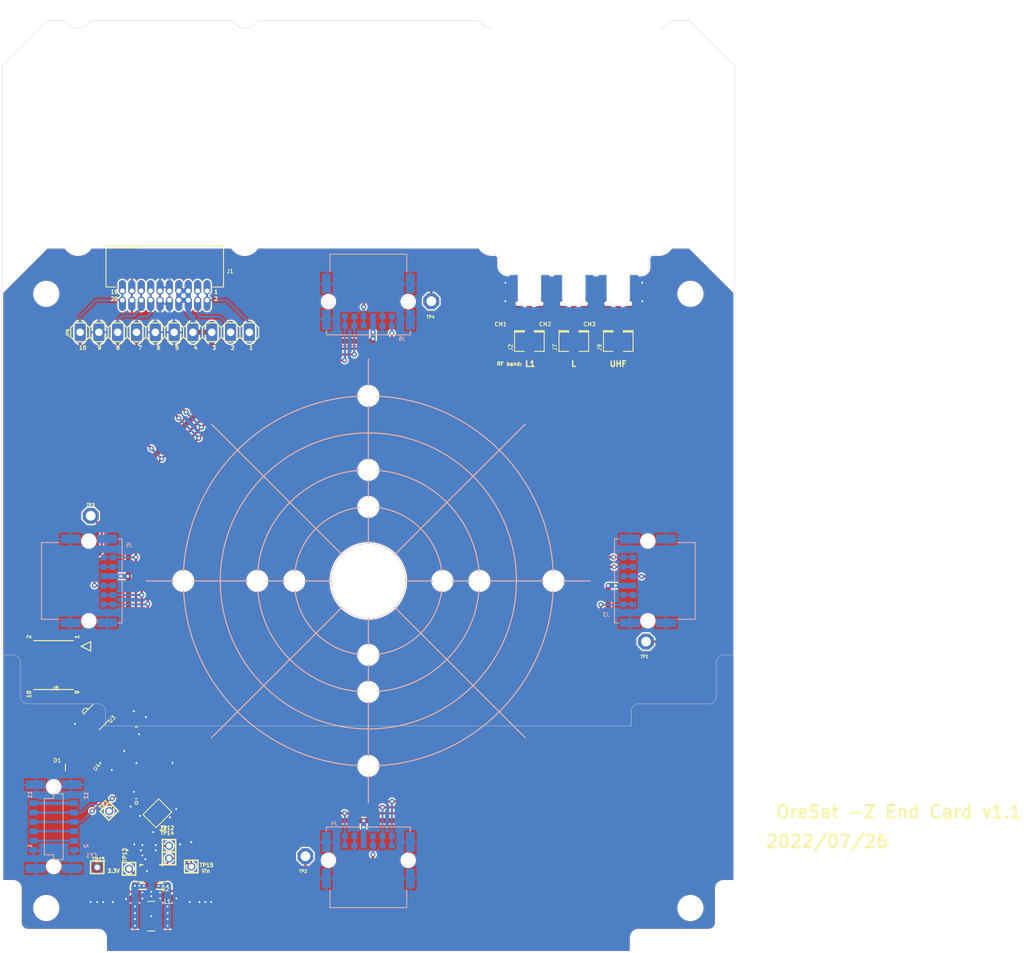
<source format=kicad_pcb>
(kicad_pcb (version 20211014) (generator pcbnew)
  (layers (0 "F.Cu" signal) (31 "B.Cu" signal) (34 "B.Paste" user) (35 "F.Paste" user) (36 "B.SilkS" user "B.Silkscreen") (37 "F.SilkS" user "F.Silkscreen") (38 "B.Mask" user) (39 "F.Mask" user) (44 "Edge.Cuts" user))
  (net 0 "")
  (net 1 "Net-(C2-Pad1)")
  (net 2 "Net-(C13-Pad1)")
  (net 3 "GND")
  (net 4 "Net-(C14-Pad1)")
  (net 5 "/PB7{slash}SDA")
  (net 6 "/PB6{slash}SCL")
  (net 7 "/PB5{slash}I2C-~{INT}")
  (net 8 "/PB4{slash}I2C-~{RESET}")
  (net 9 "UHF-TURNSTILE")
  (net 10 "L-TURNSTILE")
  (net 11 "L1-TURNSTILE")
  (net 12 "Net-(D1-PadA)")
  (net 13 "VBUS")
  (net 14 "/~{SHUTDOWN}")
  (net 15 "/CAN1_L")
  (net 16 "/CAN1_H")
  (net 17 "/CAN2_L")
  (net 18 "3.3V")
  (net 19 "/CAN2_H")
  (net 20 "Net-(J3-Pad7)")
  (net 21 "Net-(J4-Pad7)")
  (net 22 "Net-(J5-Pad7)")
  (net 23 "Net-(J6-Pad7)")
  (net 24 "/NRESET")
  (net 27 "/SWCLK")
  (net 28 "/SWDIO")
  (net 29 "Net-(L1-Pad2)")
  (net 30 "Net-(L1-Pad1)")
  (net 31 "Net-(R1-Pad1)")
  (net 32 "Net-(R2-Pad1)")
  (net 33 "Net-(R4-Pad2)")
  (net 34 "Net-(R5-Pad1)")
  (net 35 "Net-(R8-Pad2)")
  (net 36 "/PA0")
  (net 37 "Net-(TP13-Pad1)")
  (net 38 "/CAN_SILENT")
  (net 39 "/CAN_SHDN")
  (net 40 "/CAN_RX")
  (net 41 "/CAN_TX")
  (net 42 "/PB3")
  (net 43 "/PA15")
  (net 44 "/PA8")
  (net 45 "/PB1")
  (net 46 "/PB0")
  (net 47 "/PA7{slash}SPI1_MOSI")
  (net 48 "/PA3{slash}USART2_RX")
  (net 49 "/PA4")
  (net 50 "/PA5{slash}SPI1_SCK")
  (net 51 "/PA6{slash}SPI1_MISO")
  (net 52 "/PA2{slash}USART2_TX")
  (net 53 "/PA1")
  (footprint "" (layer "F.Cu") (at 148.5011 87.4536)
    (fp_text reference "@HOLE10" hide)
    (fp_text value "")
  )
  (footprint "" (layer "F.Cu") (at 133.5011 102.4536)
    (fp_text reference "@HOLE9" hide)
    (fp_text value "")
  )
  (footprint "oresat-minusz-end-card:.0402-B-NOSILK" (layer "F.Cu") (at 111.9011 137.1536 180)
    (property "Value" "")
    (fp_text reference "R10")
    (fp_text value "4.7k")
  )
  (footprint "" (layer "F.Cu") (at 148.5011 112.4536)
    (fp_text reference "@HOLE3" hide)
    (fp_text value "")
  )
  (footprint "oresat-minusz-end-card:2MM-TEST-POINT" (layer "F.Cu") (at 116.1811 141.3536 -90)
    (fp_text reference "TP13")
    (fp_text value "TEST-POINT" hide)
  )
  (footprint "oresat-minusz-end-card:.0402-B-NOSILK" (layer "F.Cu") (at 122.5811 141.4536)
    (property "Value" "")
    (fp_text reference "R1")
    (fp_text value "10k")
  )
  (footprint "oresat-footprints:J-U.FL" (layer "F.Cu") (at 182.2511 70.1294 90)
    (fp_text reference "J9")
    (fp_text value "U.FL")
  )
  (footprint "oresat-minusz-end-card:.0402-B-NOSILK" (layer "F.Cu") (at 118.8811 138.6536 90)
    (property "Value" "")
    (fp_text reference "C2")
    (fp_text value "100n")
  )
  (footprint "oresat-minusz-end-card:.0805-B-NOSILK" (layer "F.Cu") (at 113.9811 143.7536 -90)
    (fp_text reference "C10")
    (fp_text value "22u")
  )
  (footprint "oresat-minusz-end-card:.0402-B-NOSILK" (layer "F.Cu") (at 117.106125 121.052025 -135)
    (property "Value" "")
    (fp_text reference "C12")
    (fp_text value "100n")
  )
  (footprint "" (layer "F.Cu") (at 148.5011 117.4536)
    (fp_text reference "@HOLE12" hide)
    (fp_text value "")
  )
  (footprint "" (layer "F.Cu") (at 123.5011 102.4536)
    (fp_text reference "@HOLE8" hide)
    (fp_text value "")
  )
  (footprint "oresat-minusz-end-card:ORESAT-CARD-V1.0" (layer "F.Cu") (at 99.0011 122.0516)
    (fp_text reference "CARD0" hide)
    (fp_text value "ORESAT-CARD-V0.5" hide)
    (fp_line (start 0 -9.6) (end 0 -89.2) (layer "Edge.Cuts") (width 0.05))
    (fp_line (start 95.5 -3) (end 86 -3) (layer "Edge.Cuts") (width 0.05))
    (fp_line (start 14 -2) (end 14 0) (layer "Edge.Cuts") (width 0.05))
    (fp_line (start 14 0) (end 85 0) (layer "Edge.Cuts") (width 0.05))
    (fp_line (start 2.5 -8.6) (end 2.5 -4) (layer "Edge.Cuts") (width 0.05))
    (fp_line (start 90.4 -95.3) (end 92.9 -95.3) (layer "Edge.Cuts") (width 0.05))
    (fp_line (start 99 -9.6) (end 97.5 -9.6) (layer "Edge.Cuts") (width 0.05))
    (fp_line (start 99 -89.2) (end 92.9 -95.3) (layer "Edge.Cuts") (width 0.05))
    (fp_line (start 99 -9.6) (end 99 -89.2) (layer "Edge.Cuts") (width 0.05))
    (fp_line (start 12 -95.3) (end 31.1 -95.3) (layer "Edge.Cuts") (width 0.05))
    (fp_line (start 6.1 -95.3) (end 8.6 -95.3) (layer "Edge.Cuts") (width 0.05))
    (fp_line (start 34.5 -95.3) (end 64.5 -95.3) (layer "Edge.Cuts") (width 0.05))
    (fp_line (start 0 -9.6) (end 1.5 -9.6) (layer "Edge.Cuts") (width 0.05))
    (fp_line (start 3.5 -3) (end 13 -3) (layer "Edge.Cuts") (width 0.05))
    (fp_line (start 85 -2) (end 85 0) (layer "Edge.Cuts") (width 0.05))
    (fp_line (start 96.5 -8.6) (end 96.5 -4) (layer "Edge.Cuts") (width 0.05))
    (fp_line (start 0 -89.2) (end 6.1 -95.3) (layer "Edge.Cuts") (width 0.05))
    (fp_arc (start 96.5 -8.6) (mid 96.792893 -9.307107) (end 97.5 -9.6) (layer "Edge.Cuts") (width 0.05))
    (fp_arc (start 34.5 -95.300001) (mid 33.782876 -94.57411) (end 32.8 -94.3) (layer "Edge.Cuts") (width 0.05))
    (fp_arc (start 1.5 -9.6) (mid 2.207107 -9.307107) (end 2.5 -8.6) (layer "Edge.Cuts") (width 0.05))
    (fp_arc (start 66.2 -94.3) (mid 65.217117 -94.574094) (end 64.5 -95.3) (layer "Edge.Cuts") (width 0.05))
    (fp_arc (start 90.4 -95.300001) (mid 89.682876 -94.57411) (end 88.7 -94.3) (layer "Edge.Cuts") (width 0.05))
    (fp_arc (start 96.5 -4) (mid 96.207107 -3.292893) (end 95.5 -3) (layer "Edge.Cuts") (width 0.05))
    (fp_arc (start 13 -3) (mid 13.707107 -2.707107) (end 14 -2) (layer "Edge.Cuts") (width 0.05))
    (fp_arc (start 10.3 -94.3) (mid 9.317108 -94.574084) (end 8.6 -95.3) (layer "Edge.Cuts") (width 0.05))
    (fp_arc (start 3.5 -3) (mid 2.792893 -3.292893) (end 2.5 -4) (layer "Edge.Cuts") (width 0.05))
    (fp_arc (start 32.8 -94.3) (mid 31.817117 -94.574094) (end 31.1 -95.3) (layer "Edge.Cuts") (width 0.05))
    (fp_arc (start 12 -95.300001) (mid 11.282888 -94.574092) (end 10.3 -94.3) (layer "Edge.Cuts") (width 0.05))
    (fp_arc (start 85 -2) (mid 85.292893 -2.707107) (end 86 -3) (layer "Edge.Cuts") (width 0.05))
  )
  (footprint "" (layer "F.Cu") (at 158.5011 102.4536)
    (fp_text reference "@HOLE2" hide)
    (fp_text value "")
  )
  (footprint "oresat-minusz-end-card:.0805-B-NOSILK" (layer "F.Cu") (at 111.8811 143.7536 -90)
    (fp_text reference "C11")
    (fp_text value "22u")
  )
  (footprint "oresat-minusz-end-card:.0805-B-NOSILK" (layer "F.Cu") (at 124.3811 143.7536 -90)
    (fp_text reference "C3")
    (fp_text value "10u")
  )
  (footprint "oresat-minusz-end-card:.0402-B-NOSILK" (layer "F.Cu") (at 121.773028 130.385835 -135)
    (property "Value" "")
    (fp_text reference "C18")
    (fp_text value "100n")
  )
  (footprint "oresat-minusz-end-card:CRYSTAL_2.5X2" (layer "F.Cu") (at 120.005262 133.85066 45)
    (property "Value" "")
    (fp_text reference "X2")
    (fp_text value "16MHZ-2.5x2mm")
  )
  (footprint "" (layer "F.Cu") (at 173.5011 102.4536)
    (fp_text reference "@HOLE5" hide)
    (fp_text value "")
  )
  (footprint "" (layer "F.Cu") (at 148.5011 92.4536)
    (fp_text reference "@HOLE1" hide)
    (fp_text value "")
  )
  (footprint "oresat-minusz-end-card:.0402-B-NOSILK" (layer "F.Cu") (at 109.860896 122.74111 -45)
    (property "Value" "")
    (fp_text reference "C15")
    (fp_text value "100n")
  )
  (footprint "oresat-minusz-end-card:2MM-TEST-POINT" (layer "F.Cu") (at 113.499878 133.567816 -45)
    (fp_text reference "TP7")
    (fp_text value "TEST-POINT" hide)
  )
  (footprint "oresat-minusz-end-card:2MM-TEST-POINT" (layer "F.Cu") (at 111.8811 141.1536 -90)
    (fp_text reference "TP11")
    (fp_text value "TEST-POINT" hide)
  )
  (footprint "" (layer "F.Cu") (at 163.5011 102.4536)
    (fp_text reference "@HOLE11" hide)
    (fp_text value "")
  )
  (footprint "oresat-minusz-end-card:J-SAMTEC-TFM-110-X1-XXX-D-RA" (layer "F.Cu") (at 121.0011 63.8846)
    (property "Value" "")
    (fp_text reference "J1")
    (fp_text value "J-SAMTEC-TFM-110-X1-XXX-D-RA" hide)
  )
  (footprint "oresat-minusz-end-card:L-COILCRAFT-XFL4020" (layer "F.Cu") (at 119.1811 147.7536 180)
    (property "Value" "")
    (fp_text reference "L1")
    (fp_text value "1.5 uH")
  )
  (footprint "oresat-minusz-end-card:SOT23-8_TI-DCN" (layer "F.Cu") (at 111.7418 120.860207 -45)
    (property "Value" "")
    (fp_text reference "U3")
    (fp_text value "TCAN330")
  )
  (footprint "oresat-minusz-end-card:LED-0603" (layer "F.Cu") (at 106.0011 127.6536)
    (fp_text reference "D1")
    (fp_text value "GREEN")
  )
  (footprint "oresat-minusz-end-card:.0402-B-NOSILK" (layer "F.Cu") (at 116.8811 139.3536 -90)
    (property "Value" "")
    (fp_text reference "R3")
    (fp_text value "150k")
  )
  (footprint "oresat-minusz-end-card:.0402-B-NOSILK" (layer "F.Cu") (at 113.5811 140.3536 -90)
    (property "Value" "")
    (fp_text reference "R5")
    (fp_text value "NP")
  )
  (footprint "oresat-minusz-end-card:TPS63070X" (layer "F.Cu") (at 119.1811 142.0536 -90)
    (property "Value" "")
    (fp_text reference "U2")
    (fp_text value "TPS63070" hide)
  )
  (footprint "oresat-footprints:J-U.FL" (layer "F.Cu") (at 176.2511 70.1294 90)
    (fp_text reference "J7")
    (fp_text value "U.FL")
  )
  (footprint "oresat-minusz-end-card:.0402-B-NOSILK" (layer "F.Cu") (at 111.9011 136.2536)
    (property "Value" "")
    (fp_text reference "R11")
    (fp_text value "10k")
  )
  (footprint "oresat-minusz-end-card:.0402-B-NOSILK" (layer "F.Cu") (at 118.449628 135.406294 135)
    (property "Value" "")
    (fp_text reference "C14")
    (fp_text value "20p")
  )
  (footprint "" (layer "F.Cu") (at 138.5011 102.4536)
    (fp_text reference "@HOLE4" hide)
    (fp_text value "")
  )
  (footprint "oresat-footprints:J-MOLEX-SMPM-073300-003X" (layer "F.Cu") (at 170.2511 61.0936)
    (fp_text reference "CM1")
    (fp_text value "J-MOLEX-SMPM-73300-003X" hide)
    (fp_line (start -2 0) (end -1.5748 0) (layer "Edge.Cuts") (width 0.05))
    (fp_line (start 1.5748 0) (end 2 0) (layer "Edge.Cuts") (width 0.05))
    (fp_line (start -1.5748 0) (end -1.5748 2.921) (layer "Edge.Cuts") (width 0.05))
    (fp_line (start 1.5748 2.921) (end 1.5748 0) (layer "Edge.Cuts") (width 0.05))
    (fp_line (start -0.3048 4.191) (end 0.3048 4.191) (layer "Edge.Cuts") (width 0.05))
    (fp_arc (start -0.304799 4.191001) (mid -1.202825 3.819026) (end -1.5748 2.921) (layer "Edge.Cuts") (width 0.05))
    (fp_arc (start 1.574799 2.920999) (mid 1.202825 3.819025) (end 0.3048 4.191) (layer "Edge.Cuts") (width 0.05))
  )
  (footprint "oresat-minusz-end-card:P1-13" (layer "F.Cu") (at 111.0011 93.6536)
    (fp_text reference "TP3")
    (fp_text value "TPPAD1-13")
  )
  (footprint "oresat-minusz-end-card:2MM-TEST-POINT" (layer "F.Cu") (at 121.5811 139.9536 -90)
    (fp_text reference "TP14")
    (fp_text value "TEST-POINT" hide)
  )
  (footprint "oresat-minusz-end-card:2MM-TEST-POINT" (layer "F.Cu") (at 124.5811 141.0536 -90)
    (fp_text reference "TP15")
    (fp_text value "TEST-POINT" hide)
  )
  (footprint "oresat-minusz-end-card:P1-13" (layer "F.Cu") (at 186.0011 110.6536)
    (fp_text reference "TP1")
    (fp_text value "TPPAD1-13")
  )
  (footprint "oresat-minusz-end-card:.0402-B-NOSILK" (layer "F.Cu") (at 114.6811 140.3536 -90)
    (property "Value" "")
    (fp_text reference "R2")
    (fp_text value "470k")
  )
  (footprint "oresat-minusz-end-card:.0402-B-NOSILK" (layer "F.Cu") (at 104.3011 124.9536 90)
    (property "Value" "")
    (fp_text reference "R7")
    (fp_text value "4.7k")
  )
  (footprint "" (layer "F.Cu") (at 148.5011 102.4536)
    (fp_text reference "@HOLE0" hide)
    (fp_text value "")
  )
  (footprint "oresat-footprints:J-MOLEX-SMPM-073300-003X" (layer "F.Cu") (at 176.2511 61.0936)
    (fp_text reference "CM2")
    (fp_text value "J-MOLEX-SMPM-73300-003X" hide)
    (fp_line (start -1.5748 0) (end -1.5748 2.921) (layer "Edge.Cuts") (width 0.05))
    (fp_line (start 1.5748 0) (end 2 0) (layer "Edge.Cuts") (width 0.05))
    (fp_line (start 1.5748 2.921) (end 1.5748 0) (layer "Edge.Cuts") (width 0.05))
    (fp_line (start -2 0) (end -1.5748 0) (layer "Edge.Cuts") (width 0.05))
    (fp_line (start -0.3048 4.191) (end 0.3048 4.191) (layer "Edge.Cuts") (width 0.05))
    (fp_arc (start -0.304799 4.191001) (mid -1.202825 3.819026) (end -1.5748 2.921) (layer "Edge.Cuts") (width 0.05))
    (fp_arc (start 1.574799 2.920999) (mid 1.202825 3.819025) (end 0.3048 4.191) (layer "Edge.Cuts") (width 0.05))
  )
  (footprint "oresat-minusz-end-card:STAND-OFF-TIGHT" (layer "F.Cu") (at 105.0011 63.6536)
    (fp_text reference "H3" hide)
    (fp_text value "STAND-OFFTIGHT")
  )
  (footprint "oresat-minusz-end-card:.0402-B-NOSILK" (layer "F.Cu") (at 123.0811 139.4536 -90)
    (property "Value" "")
    (fp_text reference "R4")
    (fp_text value "10k")
  )
  (footprint "oresat-footprints:J-MOLEX-SMPM-073300-003X" (layer "F.Cu") (at 182.2511 61.0936)
    (fp_text reference "CM3")
    (fp_text value "J-MOLEX-SMPM-73300-003X" hide)
    (fp_line (start -0.3048 4.191) (end 0.3048 4.191) (layer "Edge.Cuts") (width 0.05))
    (fp_line (start -1.5748 0) (end -1.5748 2.921) (layer "Edge.Cuts") (width 0.05))
    (fp_line (start -2 0) (end -1.5748 0) (layer "Edge.Cuts") (width 0.05))
    (fp_line (start 1.5748 0) (end 2 0) (layer "Edge.Cuts") (width 0.05))
    (fp_line (start 1.5748 2.921) (end 1.5748 0) (layer "Edge.Cuts") (width 0.05))
    (fp_arc (start -0.304799 4.191001) (mid -1.202825 3.819026) (end -1.5748 2.921) (layer "Edge.Cuts") (width 0.05))
    (fp_arc (start 1.574799 2.920999) (mid 1.202825 3.819025) (end 0.3048 4.191) (layer "Edge.Cuts") (width 0.05))
  )
  (footprint "oresat-minusz-end-card:.0402-B-NOSILK" (layer "F.Cu") (at 114.89995 132.87485 135)
    (property "Value" "")
    (fp_text reference "R8")
    (fp_text value "10k")
  )
  (footprint "" (layer "F.Cu") (at 148.5011 127.4536)
    (fp_text reference "@HOLE6" hide)
    (fp_text value "")
  )
  (footprint "oresat-minusz-end-card:.0603-B-NOSILK" (layer "F.Cu") (at 122.5811 143.5536 -90)
    (property "Value" "")
    (fp_text reference "C1")
    (fp_text value "10u")
  )
  (footprint "oresat-minusz-end-card:.0603-B-NOSILK" (layer "F.Cu") (at 115.7811 143.6536 -90)
    (property "Value" "")
    (fp_text reference "C9")
    (fp_text value "22u")
  )
  (footprint "oresat-minusz-end-card:.0805-B-NOSILK" (layer "F.Cu") (at 126.4811 143.7536 -90)
    (fp_text reference "C7")
    (fp_text value "10u")
  )
  (footprint "oresat-minusz-end-card:2MM-TEST-POINT" (layer "F.Cu") (at 121.5811 138.2536 -90)
    (fp_text reference "TP12")
    (fp_text value "TEST-POINT" hide)
  )
  (footprint "oresat-minusz-end-card:.0402-B-NOSILK" (layer "F.Cu") (at 124.5811 139.1536 -90)
    (property "Value" "")
    (fp_text reference "R6")
    (fp_text value "NP")
  )
  (footprint "oresat-minusz-end-card:P1-13" (layer "F.Cu") (at 157.0011 64.6536)
    (fp_text reference "TP4")
    (fp_text value "TPPAD1-13")
  )
  (footprint "oresat-minusz-end-card:STAND-OFF-TIGHT" (layer "F.Cu") (at 192.0011 146.6536)
    (fp_text reference "H1" hide)
    (fp_text value "STAND-OFFTIGHT")
  )
  (footprint "oresat-footprints:J-U.FL" (layer "F.Cu") (at 170.2511 70.1294 90)
    (fp_text reference "J2")
    (fp_text value "U.FL")
  )
  (footprint "oresat-minusz-end-card:.0402-B-NOSILK" (layer "F.Cu") (at 117.388965 133.214263 45)
    (property "Value" "")
    (fp_text reference "C8")
    (fp_text value "100n")
  )
  (footprint "oresat-minusz-end-card:1X10" (layer "F.Cu") (at 121.0011 68.8536 180)
    (fp_text reference "JP9")
    (fp_text value "PINHD-1X10")
  )
  (footprint "oresat-minusz-end-card:STAND-OFF-TIGHT" (layer "F.Cu") (at 105.0011 146.6536)
    (fp_text reference "H4" hide)
    (fp_text value "STAND-OFFTIGHT")
  )
  (footprint "" (layer "F.Cu") (at 148.5011 77.4536)
    (fp_text reference "@HOLE7" hide)
    (fp_text value "")
  )
  (footprint "oresat-minusz-end-card:CON10_2X5_DUK_FTSH" (layer "F.Cu") (at 105.9711 113.8286 90)
    (property "Value" "")
    (fp_text reference "J8")
    (fp_text value "FTSH-105-XX-X-DV-K" hide)
  )
  (footprint "oresat-minusz-end-card:.0402-B-NOSILK" (layer "F.Cu") (at 121.560896 132.295022 -45)
    (property "Value" "")
    (fp_text reference "C13")
    (fp_text value "20p")
  )
  (footprint "oresat-minusz-end-card:QFP32-7X7" (layer "F.Cu") (at 117.176834 127.062432 135)
    (property "Value" "")
    (fp_text reference "U4")
    (fp_text value "STM32F042K6")
  )
  (footprint "oresat-minusz-end-card:P1-13" (layer "F.Cu") (at 140.0011 139.6536)
    (fp_text reference "TP2")
    (fp_text value "TPPAD1-13")
  )
  (footprint "oresat-minusz-end-card:.0402-B-NOSILK" (layer "F.Cu") (at 105.610359 126.468097)
    (property "Value" "")
    (fp_text reference "R9")
    (fp_text value "2.7k")
  )
  (footprint "oresat-minusz-end-card:STAND-OFF-TIGHT" (layer "F.Cu") (at 192.0011 63.6536)
    (fp_text reference "H2" hide)
    (fp_text value "STAND-OFFTIGHT")
  )
  (footprint "oresat-minusz-end-card:M55-7101242R" (layer "B.Cu") (at 110.7511 102.4536 90)
    (fp_text reference "J5")
    (fp_text value "M55-7101242R" hide)
  )
  (footprint "oresat-minusz-end-card:M55-7101242R" (layer "B.Cu") (at 186.2511 102.4536 -90)
    (fp_text reference "J3")
    (fp_text value "M55-7101242R" hide)
  )
  (footprint "oresat-minusz-end-card:M55-7101242R" (layer "B.Cu") (at 148.5011 64.7036)
    (fp_text reference "J6")
    (fp_text value "M55-7101242R" hide)
  )
  (footprint "oresat-minusz-end-card:HARWIN-M55-6021242R" (layer "B.Cu") (at 106.0011 135.6536 90)
    (fp_text reference "CF1")
    (fp_text value "M55-7011242R" hide)
  )
  (footprint "oresat-minusz-end-card:M55-7101242R" (layer "B.Cu") (at 148.5011 140.2036 180)
    (fp_text reference "J4")
    (fp_text value "M55-7101242R" hide)
  )
  (gr_line (start 148.5011 102.4536) (end 127.3011 123.6536) (layer "B.SilkS") (width 0.1524))
  (gr_circle (center 148.5011 102.4536) (end 168.5011 102.4536) (layer "B.SilkS") (width 0.1524) (fill none))
  (gr_circle (center 148.5011 102.4536) (end 163.5011 102.4536) (layer "B.SilkS") (width 0.1524) (fill none))
  (gr_line (start 148.5011 102.4536) (end 169.7011 123.6536) (layer "B.SilkS") (width 0.1524))
  (gr_circle (center 148.5011 102.4536) (end 173.5011 102.4536) (layer "B.SilkS") (width 0.1524) (fill none))
  (gr_circle (center 148.5011 102.4536) (end 153.5011 102.4536) (layer "B.SilkS") (width 0.1524) (fill none))
  (gr_line (start 148.5011 102.4536) (end 127.3011 81.2536) (layer "B.SilkS") (width 0.1524))
  (gr_line (start 148.5011 102.4536) (end 178.5011 102.4536) (layer "B.SilkS") (width 0.1524))
  (gr_line (start 148.5011 102.4536) (end 169.7011 81.2536) (layer "B.SilkS") (width 0.1524))
  (gr_line (start 148.5011 132.4536) (end 148.5011 102.4536) (layer "B.SilkS") (width 0.1524))
  (gr_circle (center 148.5011 102.4536) (end 158.5011 102.4536) (layer "B.SilkS") (width 0.1524) (fill none))
  (gr_line (start 148.5011 102.4536) (end 148.5011 72.4536) (layer "B.SilkS") (width 0.1524))
  (gr_line (start 118.5011 102.4536) (end 148.5011 102.4536) (layer "B.SilkS") (width 0.1524))
  (gr_line (start 166.1061 59.8236) (end 166.1061 58.8536) (layer "Edge.Cuts") (width 0.05))
  (gr_line (start 165.6061 58.3536) (end 165.2011 58.3536) (layer "Edge.Cuts") (width 0.05))
  (gr_arc (start 186.3961 60.0986) (mid 186.104671 60.802171) (end 185.4011 61.0936) (layer "Edge.Cuts") (width 0.05))
  (gr_line (start 178.2511 61.0936) (end 180.2511 61.0936) (layer "Edge.Cuts") (width 0.05))
  (gr_line (start 184.2511 61.0936) (end 185.4011 61.0936) (layer "Edge.Cuts") (width 0.05))
  (gr_line (start 186.3961 58.8536) (end 186.3961 60.0986) (layer "Edge.Cuts") (width 0.05))
  (gr_line (start 167.3761 61.0936) (end 168.2511 61.0936) (layer "Edge.Cuts") (width 0.05))
  (gr_arc (start 186.3961 58.8536) (mid 186.542547 58.500047) (end 186.8961 58.3536) (layer "Edge.Cuts") (width 0.05))
  (gr_line (start 187.7011 58.3536) (end 186.8961 58.3536) (layer "Edge.Cuts") (width 0.05))
  (gr_line (start 172.2511 61.0936) (end 174.2511 61.0936) (layer "Edge.Cuts") (width 0.05))
  (gr_arc (start 165.6061 58.3536) (mid 165.959653 58.500047) (end 166.1061 58.8536) (layer "Edge.Cuts") (width 0.05))
  (gr_arc (start 167.3761 61.0936) (mid 166.478074 60.721626) (end 166.1061 59.8236) (layer "Edge.Cuts") (width 0.05))
  (gr_text "2022/07/26" (at 202.0011 138.6536) (layer "F.SilkS") (effects (font (size 1.7 1.7) (thickness 0.3)) (justify left bottom)))
  (gr_text "2" (at 130.5011 70.6536) (layer "F.SilkS") (effects (font (size 0.508 0.508) (thickness 0.127)) (justify right top)))
  (gr_text "RF band:" (at 167.5384 73.1266) (layer "F.SilkS") (effects (font (size 0.5 0.5) (thickness 0.125))))
  (gr_text "5" (at 123.0011 70.6536) (layer "F.SilkS") (effects (font (size 0.508 0.508) (thickness 0.127)) (justify right top)))
  (gr_text "OreSat -Z End Card v1.1" (at 203.4011 134.6536) (layer "F.SilkS") (effects (font (size 1.7 1.7) (thickness 0.3)) (justify left bottom)))
  (gr_text "10" (at 110.5011 70.6536) (layer "F.SilkS") (effects (font (size 0.508 0.508) (thickness 0.127)) (justify right top)))
  (gr_text "3.3V" (at 115.0011 141.3536) (layer "F.SilkS") (effects (font (size 0.508 0.508) (thickness 0.127)) (justify right top)))
  (gr_text "L1" (at 170.3578 73.1266) (layer "F.SilkS") (effects (font (size 0.75 0.75) (thickness 0.1875))))
  (gr_text "1" (at 133.0011 70.6536) (layer "F.SilkS") (effects (font (size 0.508 0.508) (thickness 0.127)) (justify right top)))
  (gr_text "7" (at 118.0011 70.6536) (layer "F.SilkS") (effects (font (size 0.508 0.508) (thickness 0.127)) (justify right top)))
  (gr_text "Vin" (at 127.2011 141.3536) (layer "F.SilkS") (effects (font (size 0.508 0.508) (thickness 0.127)) (justify right top)))
  (gr_text "4" (at 125.5011 70.6536) (layer "F.SilkS") (effects (font (size 0.508 0.508) (thickness 0.127)) (justify right top)))
  (gr_text "9" (at 112.5011 70.6536) (layer "F.SilkS") (effects (font (size 0.508 0.508) (thickness 0.127)) (justify right top)))
  (gr_text "3" (at 128.0011 70.6536) (layer "F.SilkS") (effects (font (size 0.508 0.508) (thickness 0.127)) (justify right top)))
  (gr_text "UHF" (at 182.2308 73.1266) (layer "F.SilkS") (effects (font (size 0.75 0.75) (thickness 0.1875))))
  (gr_text "L" (at 176.2308 73.1266) (layer "F.SilkS") (effects (font (size 0.75 0.75) (thickness 0.1875))))
  (gr_text "6" (at 120.5011 70.6536) (layer "F.SilkS") (effects (font (size 0.508 0.508) (thickness 0.127)) (justify right top)))
  (gr_text "8" (at 115.0011 70.6536) (layer "F.SilkS") (effects (font (size 0.508 0.508) (thickness 0.127)) (justify right top)))
  (segment (start 118.9383 139.2108) (end 118.8811 139.1536) (width 0.2) (layer "F.Cu") (net 1))
  (segment (start 118.9383 140.2844) (end 118.9383 139.2108) (width 0.2) (layer "F.Cu") (net 1))
  (segment (start 118.9311 140.2916) (end 118.9383 140.2844) (width 0.2) (layer "F.Cu") (net 1))
  (segment (start 118.9311 140.9036) (end 118.9311 140.2916) (width 0.2) (layer "F.Cu") (net 1))
  (segment (start 119.333509 130.916166) (end 120.146684 131.729338) (width 0.2) (layer "F.Cu") (net 2))
  (segment (start 120.323459 132.825354) (end 120.146684 132.825354) (width 0.25) (layer "F.Cu") (net 2))
  (segment (start 120.146684 131.729338) (end 120.146684 132.825354) (width 0.2) (layer "F.Cu") (net 2))
  (segment (start 121.207343 131.941469) (end 120.323459 132.825354) (width 0.25) (layer "F.Cu") (net 2))
  (segment (start 118.7138 141.4536) (end 118.4811 141.4536) (width 0.2) (layer "F.Cu") (net 3))
  (segment (start 119.1811 141.5536) (end 119.0835 141.456) (width 0.2) (layer "F.Cu") (net 3))
  (segment (start 119.0811 141.6536) (end 118.5811 141.6536) (width 0.2) (layer "F.Cu") (net 3))
  (segment (start 110.592753 121.549635) (end 110.009387 122.132997) (width 0.3) (layer "F.Cu") (net 3))
  (segment (start 119.1811 142.6536) (end 119.1811 141.5536) (width 0.2) (layer "F.Cu") (net 3))
  (segment (start 110.009387 122.132997) (end 109.7619 122.132997) (width 0.3) (layer "F.Cu") (net 3))
  (segment (start 109.7619 122.132997) (end 109.507343 122.387557) (width 0.3) (layer "F.Cu") (net 3))
  (segment (start 119.1811 141.5536) (end 119.0811 141.6536) (width 0.2) (layer "F.Cu") (net 3))
  (segment (start 119.0835 141.456) (end 118.7162 141.456) (width 0.2) (layer "F.Cu") (net 3))
  (segment (start 118.4311 140.9036) (end 118.4311 141.5036) (width 0.2) (layer "F.Cu") (net 3))
  (segment (start 118.4311 141.5036) (end 118.5811 141.6536) (width 0.2) (layer "F.Cu") (net 3))
  (segment (start 118.7162 141.456) (end 118.7138 141.4536) (width 0.2) (layer "F.Cu") (net 3))
  (via (at 119.7811 138.1536) (size 0.6096) (drill 0.254) (layers "F.Cu" "B.Cu") (net 3))
  (via (at 119.1811 147.7536) (size 0.6096) (drill 0.254) (layers "F.Cu" "B.Cu") (net 3))
  (via (at 121.702318 134.416344) (size 0.6096) (drill 0.254) (layers "F.Cu" "B.Cu") (net 3))
  (via (at 115.536346 125.450229) (size 0.6096) (drill 0.254) (layers "F.Cu" "B.Cu") (net 3))
  (via (at 167.0011 64.6536) (size 0.6096) (drill 0.254) (layers "F.Cu" "B.Cu") (net 3))
  (via (at 122.550846 133.284972) (size 0.6096) (drill 0.254) (layers "F.Cu" "B.Cu") (net 3))
  (via (at 167.0011 62.1536) (size 0.6096) (drill 0.254) (layers "F.Cu" "B.Cu") (net 3))
  (via (at 115.9811 138.8536) (size 0.6096) (drill 0.254) (layers "F.Cu" "B.Cu") (net 3))
  (via (at 185.5011 62.1536) (size 0.6096) (drill 0.254) (layers "F.Cu" "B.Cu") (net 3))
  (via (at 116.8811 138.0536) (size 0.6096) (drill 0.254) (layers "F.Cu" "B.Cu") (net 3))
  (via (at 113.9811 145.8536) (size 0.6096) (drill 0.254) (layers "F.Cu" "B.Cu") (net 3))
  (via (at 118.449628 120.839894) (size 0.6096) (drill 0.254) (layers "F.Cu" "B.Cu") (net 3))
  (via (at 117.530387 123.173347) (size 0.6096) (drill 0.254) (layers "F.Cu" "B.Cu") (net 3))
  (via (at 110.9811 145.8536) (size 0.6096) (drill 0.254) (layers "F.Cu" "B.Cu") (net 3))
  (via (at 117.9811 144.5536) (size 0.6096) (drill 0.254) (layers "F.Cu" "B.Cu") (net 3))
  (via (at 116.399015 132.931419) (size 0.6096) (drill 0.254) (layers "F.Cu" "B.Cu") (net 3))
  (via (at 119.1811 145.0536) (size 0.6096) (drill 0.254) (layers "F.Cu" "B.Cu") (net 3))
  (via (at 117.9811 139.5536) (size 0.6096) (drill 0.254) (layers "F.Cu" "B.Cu") (net 3))
  (via (at 108.856806 121.765304) (size 0.6096) (drill 0.254) (layers "F.Cu" "B.Cu") (net 3))
  (via (at 123.0811 138.0536) (size 0.6096) (drill 0.254) (layers "F.Cu" "B.Cu") (net 3))
  (via (at 112.6811 145.8536) (size 0.6096) (drill 0.254) (layers "F.Cu" "B.Cu") (net 3))
  (via (at 111.8811 145.8536) (size 0.6096) (drill 0.254) (layers "F.Cu" "B.Cu") (net 3))
  (via (at 119.439575 136.396244) (size 0.6096) (drill 0.254) (layers "F.Cu" "B.Cu") (net 3))
  (via (at 117.671809 134.204213) (size 0.6096) (drill 0.254) (layers "F.Cu" "B.Cu") (net 3))
  (via (at 118.3811 140.0536) (size 0.6096) (drill 0.254) (layers "F.Cu" "B.Cu") (net 3))
  (via (at 116.823281 120.062075) (size 0.6096) (drill 0.254) (layers "F.Cu" "B.Cu") (net 3))
  (via (at 124.3811 145.8536) (size 0.6096) (drill 0.254) (layers "F.Cu" "B.Cu") (net 3))
  (via (at 117.7811 138.8536) (size 0.6096) (drill 0.254) (layers "F.Cu" "B.Cu") (net 3))
  (via (at 185.5011 64.6536) (size 0.6096) (drill 0.254) (layers "F.Cu" "B.Cu") (net 3))
  (via (at 125.6811 145.8536) (size 0.6096) (drill 0.254) (layers "F.Cu" "B.Cu") (net 3))
  (via (at 117.9811 138.1536) (size 0.6096) (drill 0.254) (layers "F.Cu" "B.Cu") (net 3))
  (via (at 112.6011 139.8536) (size 0.6096) (drill 0.254) (layers "F.Cu" "B.Cu") (net 3))
  (via (at 126.4811 145.8536) (size 0.6096) (drill 0.254) (layers "F.Cu" "B.Cu") (net 3))
  (via (at 120.3811 145.3536) (size 0.6096) (drill 0.254) (layers "F.Cu" "B.Cu") (net 3))
  (via (at 116.823281 130.951519) (size 0.6096) (drill 0.254) (layers "F.Cu" "B.Cu") (net 3))
  (via (at 122.5811 145.3536) (size 0.6096) (drill 0.254) (layers "F.Cu" "B.Cu") (net 3))
  (via (at 115.7811 145.4536) (size 0.6096) (drill 0.254) (layers "F.Cu" "B.Cu") (net 3))
  (via (at 113.83929 127.995813) (size 0.6096) (drill 0.254) (layers "F.Cu" "B.Cu") (net 3))
  (via (at 119.7811 138.8536) (size 0.6096) (drill 0.254) (layers "F.Cu" "B.Cu") (net 3))
  (via (at 119.1811 144.4536) (size 0.6096) (drill 0.254) (layers "F.Cu" "B.Cu") (net 3))
  (via (at 127.2811 145.8536) (size 0.6096) (drill 0.254) (layers "F.Cu" "B.Cu") (net 3))
  (via (at 118.5811 141.6536) (size 0.6096) (drill 0.254) (layers "F.Cu" "B.Cu") (net 3))
  (via (at 124.5811 137.7536) (size 0.6096) (drill 0.254) (layers "F.Cu" "B.Cu") (net 3))
  (via (at 117.9811 145.3536) (size 0.6096) (drill 0.254) (layers "F.Cu" "B.Cu") (net 3))
  (via (at 117.176834 127.062432) (size 0.6096) (drill 0.254) (layers "F.Cu" "B.Cu") (net 3))
  (via (at 120.3811 144.5536) (size 0.6096) (drill 0.254) (layers "F.Cu" "B.Cu") (net 3))
  (segment (start 120.217393 134.062791) (end 120.217393 134.487054) (width 0.2) (layer "F.Cu") (net 4))
  (segment (start 119.156734 133.002132) (end 120.217393 134.062791) (width 0.2) (layer "F.Cu") (net 4))
  (segment (start 119.156734 133.002132) (end 119.298156 132.012182) (width 0.2) (layer "F.Cu") (net 4))
  (segment (start 118.767825 131.48185) (end 119.298156 132.012182) (width 0.2) (layer "F.Cu") (net 4))
  (segment (start 119.86384 134.840607) (end 119.86384 134.875963) (width 0.25) (layer "F.Cu") (net 4))
  (segment (start 120.217393 134.487054) (end 119.86384 134.840607) (width 0.2) (layer "F.Cu") (net 4))
  (segment (start 119.86384 134.875963) (end 118.979956 135.759847) (width 0.25) (layer "F.Cu") (net 4))
  (segment (start 118.979956 135.759847) (end 118.803181 135.759847) (width 0.25) (layer "F.Cu") (net 4))
  (segment (start 114.082721 131.8536) (end 113.9011 131.8536) (width 0.2) (layer "F.Cu") (net 5))
  (segment (start 115.020156 130.916166) (end 114.082721 131.8536) (width 0.2) (layer "F.Cu") (net 5))
  (via (at 113.9011 131.8536) (size 0.7056) (drill 0.35) (layers "F.Cu" "B.Cu") (net 5))
  (segment (start 113.1011 132.6536) (end 110.9011 132.6536) (width 0.2) (layer "B.Cu") (net 5))
  (segment (start 110.9011 132.6536) (end 109.8061 133.7486) (width 0.2) (layer "B.Cu") (net 5))
  (segment (start 103.2511 133.7486) (end 108.7511 133.7486) (width 0.3) (layer "B.Cu") (net 5))
  (segment (start 113.9011 131.8536) (end 113.1011 132.6536) (width 0.2) (layer "B.Cu") (net 5))
  (segment (start 109.8061 133.7486) (end 108.7511 133.7486) (width 0.2) (layer "B.Cu") (net 5))
  (segment (start 111.25135 133.5536) (end 111.2011 133.5536) (width 0.2) (layer "F.Cu") (net 6))
  (segment (start 114.454471 130.350479) (end 111.25135 133.5536) (width 0.2) (layer "F.Cu") (net 6))
  (via (at 111.2011 133.5536) (size 0.7056) (drill 0.35) (layers "F.Cu" "B.Cu") (net 6))
  (segment (start 108.7511 135.0186) (end 109.7361 135.0186) (width 0.2) (layer "B.Cu") (net 6))
  (segment (start 109.7361 135.0186) (end 111.2011 133.5536) (width 0.2) (layer "B.Cu") (net 6))
  (segment (start 103.2511 135.0186) (end 108.7511 135.0186) (width 0.3) (layer "B.Cu") (net 6))
  (segment (start 108.7511 136.2886) (end 103.2511 136.2886) (width 0.3) (layer "B.Cu") (net 7))
  (segment (start 103.2511 137.5586) (end 108.7511 137.5586) (width 0.3) (layer "B.Cu") (net 8))
  (segment (start 182.2511 68.1044) (end 182.2511 67.8136) (width 0.38) (layer "F.Cu") (net 9))
  (segment (start 176.2511 68.1044) (end 176.2511 67.8136) (width 0.38) (layer "F.Cu") (net 10))
  (segment (start 170.2511 67.8136) (end 170.2511 68.1044) (width 0.38) (layer "F.Cu") (net 11))
  (segment (start 135.1011 70.0536) (end 127.3511 77.8036) (width 0.7) (layer "F.Cu") (net 13))
  (segment (start 129.8011 142.8536) (end 126.4811 142.8536) (width 0.7) (layer "F.Cu") (net 13))
  (segment (start 180.9011 103.0886) (end 180.9011 115.8536) (width 0.7) (layer "F.Cu") (net 13))
  (segment (start 122.7811 142.7536) (end 122.5811 142.7536) (width 0.5) (layer "F.Cu") (net 13))
  (segment (start 116.1011 101.8186) (end 116.1011 115.8536) (width 0.7) (layer "F.Cu") (net 13))
  (segment (start 116.1011 89.0536) (end 116.1011 101.8186) (width 0.7) (layer "F.Cu") (net 13))
  (segment (start 181.9011 103.0886) (end 180.9011 103.0886) (width 0.7) (layer "F.Cu") (net 13))
  (segment (start 127.3511 68.8536) (end 127.3511 77.8036) (width 0.7) (layer "F.Cu") (net 13))
  (segment (start 127.3511 77.8036) (end 116.1011 89.0536) (width 0.7) (layer "F.Cu") (net 13))
  (segment (start 135.0011 137.6536) (end 129.8011 142.8536) (width 0.7) (layer "F.Cu") (net 13))
  (segment (start 126.5486 142.7861) (end 126.4811 142.8536) (width 0.2) (layer "F.Cu") (net 13))
  (segment (start 149.1311 70.0536) (end 149.1311 68.8236) (width 0.7) (layer "F.Cu") (net 13))
  (segment (start 127.3511 68.8536) (end 124.8111 68.8536) (width 0.7) (layer "F.Cu") (net 13))
  (segment (start 123.0811 141.4536) (end 123.0811 142.4536) (width 0.5) (layer "F.Cu") (net 13))
  (segment (start 147.8661 134.8536) (end 147.8661 135.7536) (width 0.7) (layer "F.Cu") (net 13))
  (segment (start 135.0011 134.8536) (end 135.1011 134.8536) (width 0.7) (layer "F.Cu") (net 13))
  (segment (start 135.0011 134.8536) (end 135.0011 137.6536) (width 0.7) (layer "F.Cu") (net 13))
  (segment (start 147.8661 134.8536) (end 161.9011 134.8536) (width 0.7) (layer "F.Cu") (net 13))
  (segment (start 161.9011 134.8536) (end 180.9011 115.8536) (width 0.7) (layer "F.Cu") (net 13))
  (segment (start 123.0811 142.4536) (end 122.7811 142.7536) (width 0.5) (layer "F.Cu") (net 13))
  (segment (start 135.1011 70.0536) (end 149.1311 70.0536) (width 0.7) (layer "F.Cu") (net 13))
  (segment (start 135.1011 134.8536) (end 147.8661 134.8536) (width 0.7) (layer "F.Cu") (net 13))
  (segment (start 115.0011 101.8186) (end 116.1011 101.8186) (width 0.7) (layer "F.Cu") (net 13))
  (segment (start 116.1011 115.8536) (end 135.1011 134.8536) (width 0.7) (layer "F.Cu") (net 13))
  (via (at 180.9011 103.0886) (size 0.7056) (drill 0.35) (layers "F.Cu" "B.Cu") (net 13))
  (via (at 147.8661 134.8536) (size 0.7056) (drill 0.35) (layers "F.Cu" "B.Cu") (net 13))
  (via (at 115.0011 101.8186) (size 0.7056) (drill 0.35) (layers "F.Cu" "B.Cu") (net 13))
  (via (at 149.1311 69.7236) (size 0.7056) (drill 0.35) (layers "F.Cu" "B.Cu") (net 13))
  (via (at 181.9011 103.0886) (size 0.7056) (drill 0.35) (layers "F.Cu" "B.Cu") (net 13))
  (via (at 147.8661 135.7536) (size 0.7056) (drill 0.35) (layers "F.Cu" "B.Cu") (net 13))
  (via (at 116.0011 101.8186) (size 0.7056) (drill 0.35) (layers "F.Cu" "B.Cu") (net 13))
  (via (at 149.1311 68.8236) (size 0.7056) (drill 0.35) (layers "F.Cu" "B.Cu") (net 13))
  (segment (start 122.9061 63.2496) (end 122.9061 64.5196) (width 0.7) (layer "B.Cu") (net 13))
  (segment (start 149.1311 68.8236) (end 149.1311 69.7236) (width 0.7) (layer "B.Cu") (net 13))
  (segment (start 124.1761 64.5196) (end 124.1761 63.2496) (width 0.7) (layer "B.Cu") (net 13))
  (segment (start 149.1361 67.9736) (end 149.1361 66.7036) (width 0.7) (layer "B.Cu") (net 13))
  (segment (start 124.8111 66.8636) (end 124.2011 66.2536) (width 0.7) (layer "B.Cu") (net 13))
  (segment (start 124.2011 64.5446) (end 124.1761 64.5196) (width 0.7) (layer "B.Cu") (net 13))
  (segment (start 147.8661 134.8536) (end 147.8661 135.7536) (width 0.7) (layer "B.Cu") (net 13))
  (segment (start 124.1761 63.2496) (end 122.9061 63.2496) (width 0.7) (layer "B.Cu") (net 13))
  (segment (start 147.8661 135.7536) (end 147.8661 136.9336) (width 0.7) (layer "B.Cu") (net 13))
  (segment (start 182.9811 103.0886) (end 181.9011 103.0886) (width 0.7) (layer "B.Cu") (net 13))
  (segment (start 124.2011 66.2536) (end 124.2011 64.5446) (width 0.7) (layer "B.Cu") (net 13))
  (segment (start 124.8111 68.8536) (end 124.8111 66.8636) (width 0.7) (layer "B.Cu") (net 13))
  (segment (start 124.1761 64.5196) (end 122.9061 64.5196) (width 0.7) (layer "B.Cu") (net 13))
  (segment (start 149.1311 68.8236) (end 149.1311 67.9786) (width 0.7) (layer "B.Cu") (net 13))
  (segment (start 115.0011 101.8186) (end 114.0211 101.8186) (width 0.7) (layer "B.Cu") (net 13))
  (segment (start 147.8661 138.2036) (end 147.8661 136.9336) (width 0.7) (layer "B.Cu") (net 13))
  (segment (start 149.1311 67.9786) (end 149.1361 67.9736) (width 0.7) (layer "B.Cu") (net 13))
  (segment (start 181.9011 103.0886) (end 180.9311 103.0886) (width 0.7) (layer "B.Cu") (net 13))
  (segment (start 184.2511 103.0886) (end 182.9811 103.0886) (width 0.7) (layer "B.Cu") (net 13))
  (segment (start 115.0011 101.8186) (end 116.0011 101.8186) (width 0.7) (layer "B.Cu") (net 13))
  (segment (start 112.7511 101.8186) (end 114.0211 101.8186) (width 0.7) (layer "B.Cu") (net 13))
  (segment (start 135.5011 133.8536) (end 145.3011 133.8536) (width 0.3) (layer "F.Cu") (net 14))
  (segment (start 151.6761 68.9536) (end 151.6761 69.8536) (width 0.3) (layer "F.Cu") (net 14))
  (segment (start 117.0761 105.6286) (end 117.1011 105.6536) (width 0.3) (layer "F.Cu") (net 14))
  (segment (start 120.6011 85.9536) (end 117.1011 89.4536) (width 0.3) (layer "F.Cu") (net 14))
  (segment (start 117.1011 89.4536) (end 117.1011 99.2536) (width 0.3) (layer "F.Cu") (net 14))
  (segment (start 145.3011 133.8536) (end 161.5011 133.8536) (width 0.3) (layer "F.Cu") (net 14))
  (segment (start 109.5711 74.9236) (end 119.2011 84.5536) (width 0.3) (layer "F.Cu") (net 14))
  (segment (start 150.4761 71.0536) (end 135.5011 71.0536) (width 0.3) (layer "F.Cu") (net 14))
  (segment (start 117.1011 115.4536) (end 135.5011 133.8536) (width 0.3) (layer "F.Cu") (net 14))
  (segment (start 117.1011 99.2536) (end 117.1011 105.6536) (width 0.3) (layer "F.Cu") (net 14))
  (segment (start 109.5711 68.8536) (end 109.5711 74.9236) (width 0.3) (layer "F.Cu") (net 14))
  (segment (start 161.5011 133.8536) (end 179.9011 115.4536) (width 0.3) (layer "F.Cu") (net 14))
  (segment (start 179.9011 115.4536) (end 179.9011 105.6536) (width 0.3) (layer "F.Cu") (net 14))
  (segment (start 135.5011 71.0536) (end 120.6011 85.9536) (width 0.3) (layer "F.Cu") (net 14))
  (segment (start 117.1011 105.6536) (end 117.1011 115.4536) (width 0.3) (layer "F.Cu") (net 14))
  (segment (start 151.6761 69.8536) (end 150.4761 71.0536) (width 0.3) (layer "F.Cu") (net 14))
  (via (at 151.6761 68.9536) (size 0.7056) (drill 0.35) (layers "F.Cu" "B.Cu") (net 14))
  (via (at 120.6011 85.9536) (size 0.7056) (drill 0.35) (layers "F.Cu" "B.Cu") (net 14))
  (via (at 119.2011 84.5536) (size 0.7056) (drill 0.35) (layers "F.Cu" "B.Cu") (net 14))
  (via (at 117.1011 99.2536) (size 0.7056) (drill 0.35) (layers "F.Cu" "B.Cu") (net 14))
  (via (at 179.9011 105.6536) (size 0.7056) (drill 0.35) (layers "F.Cu" "B.Cu") (net 14))
  (via (at 145.3011 133.8536) (size 0.7056) (drill 0.35) (layers "F.Cu" "B.Cu") (net 14))
  (segment (start 120.6011 85.9536) (end 119.2011 84.5536) (width 0.3) (layer "B.Cu") (net 14))
  (segment (start 151.6761 67.9736) (end 151.6761 68.9536) (width 0.3) (layer "B.Cu") (net 14))
  (segment (start 151.6761 66.7036) (end 151.6761 67.9736) (width 0.3) (layer "B.Cu") (net 14))
  (segment (start 182.9561 105.6536) (end 179.9011 105.6536) (width 0.3) (layer "B.Cu") (net 14))
  (segment (start 115.2861 64.5196) (end 111.7351 64.5196) (width 0.3) (layer "B.Cu") (net 14))
  (segment (start 115.2861 63.2496) (end 115.2861 64.5196) (width 0.3) (layer "B.Cu") (net 14))
  (segment (start 145.3261 138.2036) (end 145.3261 136.9336) (width 0.3) (layer "B.Cu") (net 14))
  (segment (start 182.9811 105.6286) (end 184.2511 105.6286) (width 0.3) (layer "B.Cu") (net 14))
  (segment (start 111.7351 64.5196) (end 109.5711 66.6836) (width 0.3) (layer "B.Cu") (net 14))
  (segment (start 182.9811 105.6286) (end 182.9561 105.6536) (width 0.3) (layer "B.Cu") (net 14))
  (segment (start 109.5711 66.6836) (end 109.5711 68.8536) (width 0.3) (layer "B.Cu") (net 14))
  (segment (start 117.0761 99.2786) (end 117.1011 99.2536) (width 0.3) (layer "B.Cu") (net 14))
  (segment (start 112.7511 99.2786) (end 114.0211 99.2786) (width 0.3) (layer "B.Cu") (net 14))
  (segment (start 114.0211 99.2786) (end 117.0761 99.2786) (width 0.3) (layer "B.Cu") (net 14))
  (segment (start 145.3261 133.8786) (end 145.3011 133.8536) (width 0.3) (layer "B.Cu") (net 14))
  (segment (start 145.3261 136.9336) (end 145.3261 133.8786) (width 0.3) (layer "B.Cu") (net 14))
  (segment (start 114.6511 72.2036) (end 122.9011 80.4536) (width 0.3) (layer "F.Cu") (net 15))
  (segment (start 118.7011 105.5536) (end 118.7011 114.8536) (width 0.3) (layer "F.Cu") (net 15))
  (segment (start 118.7011 114.8536) (end 136.1011 132.2536) (width 0.3) (layer "F.Cu") (net 15))
  (segment (start 180.2011 99.2536) (end 178.3011 101.1536) (width 0.3) (layer "F.Cu") (net 15))
  (segment (start 181.6011 99.2536) (end 180.2011 99.2536) (width 0.3) (layer "F.Cu") (net 15))
  (segment (start 145.3011 72.6536) (end 136.1011 72.6536) (width 0.3) (layer "F.Cu") (net 15))
  (segment (start 118.7011 90.0536) (end 118.7011 105.5536) (width 0.3) (layer "F.Cu") (net 15))
  (segment (start 136.1011 72.6536) (end 125.6011 83.1536) (width 0.3) (layer "F.Cu") (net 15))
  (segment (start 160.9011 132.2536) (end 178.3011 114.8536) (width 0.3) (layer "F.Cu") (net 15))
  (segment (start 178.3011 101.1536) (end 178.3011 114.8536) (width 0.3) (layer "F.Cu") (net 15))
  (segment (start 151.7011 132.2536) (end 160.9011 132.2536) (width 0.3) (layer "F.Cu") (net 15))
  (segment (start 114.6511 68.8536) (end 114.6511 72.2036) (width 0.3) (layer "F.Cu") (net 15))
  (segment (start 125.6011 83.1536) (end 118.7011 90.0536) (width 0.3) (layer "F.Cu") (net 15))
  (segment (start 136.1011 132.2536) (end 151.7011 132.2536) (width 0.3) (layer "F.Cu") (net 15))
  (via (at 151.7011 132.2536) (size 0.7056) (drill 0.35) (layers "F.Cu" "B.Cu") (net 15))
  (via (at 181.6011 99.2536) (size 0.7056) (drill 0.35) (layers "F.Cu" "B.Cu") (net 15))
  (via (at 125.6011 83.1536) (size 0.7056) (drill 0.35) (layers "F.Cu" "B.Cu") (net 15))
  (via (at 118.7011 105.5536) (size 0.7056) (drill 0.35) (layers "F.Cu" "B.Cu") (net 15))
  (via (at 145.3011 72.6536) (size 0.7056) (drill 0.35) (layers "F.Cu" "B.Cu") (net 15))
  (via (at 122.9011 80.4536) (size 0.7056) (drill 0.35) (layers "F.Cu" "B.Cu") (net 15))
  (segment (start 182.9811 99.2786) (end 181.6261 99.2786) (width 0.3) (layer "B.Cu") (net 15))
  (segment (start 151.6761 136.9336) (end 151.6761 132.2786) (width 0.3) (layer "B.Cu") (net 15))
  (segment (start 114.6511 67.2036) (end 115.2011 66.6536) (width 0.3) (layer "B.Cu") (net 15))
  (segment (start 117.8261 65.6286) (end 116.8011 66.6536) (width 0.3) (layer "B.Cu") (net 15))
  (segment (start 181.6261 99.2786) (end 181.6011 99.2536) (width 0.3) (layer "B.Cu") (net 15))
  (segment (start 112.7511 105.6286) (end 114.0211 105.6286) (width 0.3) (layer "B.Cu") (net 15))
  (segment (start 122.9011 80.4536) (end 125.6011 83.1536) (width 0.3) (layer "B.Cu") (net 15))
  (segment (start 117.8261 63.2496) (end 117.8261 64.5196) (width 0.3) (layer "B.Cu") (net 15))
  (segment (start 145.3261 66.7036) (end 145.3261 67.9736) (width 0.3) (layer "B.Cu") (net 15))
  (segment (start 145.3261 67.9736) (end 145.3261 72.6286) (width 0.3) (layer "B.Cu") (net 15))
  (segment (start 145.3261 72.6286) (end 145.3011 72.6536) (width 0.3) (layer "B.Cu") (net 15))
  (segment (start 151.6761 138.2036) (end 151.6761 136.9336) (width 0.3) (layer "B.Cu") (net 15))
  (segment (start 117.8261 64.5196) (end 117.8261 65.6286) (width 0.3) (layer "B.Cu") (net 15))
  (segment (start 115.2011 66.6536) (end 116.8011 66.6536) (width 0.3) (layer "B.Cu") (net 15))
  (segment (start 182.9811 99.2786) (end 184.2511 99.2786) (width 0.3) (layer "B.Cu") (net 15))
  (segment (start 114.6511 68.8536) (end 114.6511 67.2036) (width 0.3) (layer "B.Cu") (net 15))
  (segment (start 151.6761 132.2786) (end 151.7011 132.2536) (width 0.3) (layer "B.Cu") (net 15))
  (segment (start 118.6261 105.6286) (end 118.7011 105.5536) (width 0.3) (layer "B.Cu") (net 15))
  (segment (start 114.0211 105.6286) (end 118.6261 105.6286) (width 0.3) (layer "B.Cu") (net 15))
  (segment (start 117.9011 89.7536) (end 117.9011 100.5536) (width 0.3) (layer "F.Cu") (net 16))
  (segment (start 179.0011 115.2536) (end 179.0011 101.5536) (width 0.3) (layer "F.Cu") (net 16))
  (segment (start 135.8011 71.8536) (end 146.6011 71.8536) (width 0.3) (layer "F.Cu") (net 16))
  (segment (start 117.9011 115.1536) (end 135.8011 133.0536) (width 0.3) (layer "F.Cu") (net 16))
  (segment (start 117.1911 68.8536) (end 117.1911 72.9436) (width 0.3) (layer "F.Cu") (net 16))
  (segment (start 117.9011 100.5536) (end 117.9011 104.3536) (width 0.3) (layer "F.Cu") (net 16))
  (segment (start 112.431228 119.711157) (end 112.466584 119.711157) (width 0.2) (layer "F.Cu") (net 16))
  (segment (start 117.1911 72.9436) (end 123.9011 79.6536) (width 0.3) (layer "F.Cu") (net 16))
  (segment (start 135.8011 133.0536) (end 146.6011 133.0536) (width 0.3) (layer "F.Cu") (net 16))
  (segment (start 125.9511 81.7036) (end 135.8011 71.8536) (width 0.3) (layer "F.Cu") (net 16))
  (segment (start 117.9011 104.3536) (end 117.9011 115.1536) (width 0.3) (layer "F.Cu") (net 16))
  (segment (start 161.2011 133.0536) (end 179.0011 115.2536) (width 0.3) (layer "F.Cu") (net 16))
  (segment (start 180.0011 100.5536) (end 181.7011 100.5536) (width 0.3) (layer "F.Cu") (net 16))
  (segment (start 150.4011 133.0536) (end 161.2011 133.0536) (width 0.3) (layer "F.Cu") (net 16))
  (segment (start 117.8961 100.5486) (end 117.9011 100.5536) (width 0.3) (layer "F.Cu") (net 16))
  (segment (start 125.9511 81.7036) (end 117.9011 89.7536) (width 0.3) (layer "F.Cu") (net 16))
  (segment (start 146.6011 133.0536) (end 150.4011 133.0536) (width 0.3) (layer "F.Cu") (net 16))
  (segment (start 146.5961 133.0586) (end 146.6011 133.0536) (width 0.3) (layer "F.Cu") (net 16))
  (segment (start 179.0011 101.5536) (end 180.0011 100.5536) (width 0.3) (layer "F.Cu") (net 16))
  (via (at 146.6011 71.8536) (size 0.7056) (drill 0.35) (layers "F.Cu" "B.Cu") (net 16))
  (via (at 125.9511 81.7036) (size 0.7056) (drill 0.35) (layers "F.Cu" "B.Cu") (net 16))
  (via (at 181.7011 100.5536) (size 0.7056) (drill 0.35) (layers "F.Cu" "B.Cu") (net 16))
  (via (at 117.9011 104.3536) (size 0.7056) (drill 0.35) (layers "F.Cu" "B.Cu") (net 16))
  (via (at 123.9011 79.6536) (size 0.7056) (drill 0.35) (layers "F.Cu" "B.Cu") (net 16))
  (via (at 150.4011 133.0536) (size 0.7056) (drill 0.35) (layers "F.Cu" "B.Cu") (net 16))
  (segment (start 181.7061 100.5486) (end 182.9811 100.5486) (width 0.3) (layer "B.Cu") (net 16))
  (segment (start 117.1911 67.1636) (end 117.1911 68.8536) (width 0.3) (layer "B.Cu") (net 16))
  (segment (start 146.5961 67.9736) (end 146.6011 67.9786) (width 0.3) (layer "B.Cu") (net 16))
  (segment (start 150.4061 133.0586) (end 150.4011 133.0536) (width 0.3) (layer "B.Cu") (net 16))
  (segment (start 119.0961 63.2496) (end 119.0961 64.5196) (width 0.3) (layer "B.Cu") (net 16))
  (segment (start 146.5961 66.7036) (end 146.5961 67.9736) (width 0.3) (layer "B.Cu") (net 16))
  (segment (start 146.6011 67.9786) (end 146.6011 71.8536) (width 0.3) (layer "B.Cu") (net 16))
  (segment (start 117.8961 104.3586) (end 117.9011 104.3536) (width 0.3) (layer "B.Cu") (net 16))
  (segment (start 118.6011 66.7536) (end 117.6011 66.7536) (width 0.3) (layer "B.Cu") (net 16))
  (segment (start 181.7011 100.5536) (end 181.7061 100.5486) (width 0.3) (layer "B.Cu") (net 16))
  (segment (start 119.0961 64.5196) (end 119.0961 66.2586) (width 0.3) (layer "B.Cu") (net 16))
  (segment (start 123.9011 79.6536) (end 125.9511 81.7036) (width 0.3) (layer "B.Cu") (net 16))
  (segment (start 119.0961 66.2586) (end 118.6011 66.7536) (width 0.3) (layer "B.Cu") (net 16))
  (segment (start 112.7511 104.3586) (end 114.0211 104.3586) (width 0.3) (layer "B.Cu") (net 16))
  (segment (start 182.9811 100.5486) (end 184.2511 100.5486) (width 0.3) (layer "B.Cu") (net 16))
  (segment (start 150.4061 136.9336) (end 150.4061 133.0586) (width 0.3) (layer "B.Cu") (net 16))
  (segment (start 150.4061 138.2036) (end 150.4061 136.9336) (width 0.3) (layer "B.Cu") (net 16))
  (segment (start 114.0211 104.3586) (end 117.8961 104.3586) (width 0.3) (layer "B.Cu") (net 16))
  (segment (start 117.6011 66.7536) (end 117.1911 67.1636) (width 0.3) (layer "B.Cu") (net 16))
  (segment (start 128.5011 66.7536) (end 125.8011 66.7536) (width 0.3) (layer "B.Cu") (net 17))
  (segment (start 125.4461 64.5196) (end 125.4461 66.3986) (width 0.3) (layer "B.Cu") (net 17))
  (segment (start 125.4461 63.2496) (end 125.4461 64.5196) (width 0.3) (layer "B.Cu") (net 17))
  (segment (start 129.8911 68.8536) (end 129.8911 68.1436) (width 0.3) (layer "B.Cu") (net 17))
  (segment (start 129.8911 68.1436) (end 128.5011 66.7536) (width 0.3) (layer "B.Cu") (net 17))
  (segment (start 125.4461 66.3986) (end 125.8011 66.7536) (width 0.3) (layer "B.Cu") (net 17))
  (segment (start 103.2511 132.4786) (end 108.7511 132.4786) (width 0.5) (layer "B.Cu") (net 18))
  (segment (start 129.3671 64.5196) (end 132.4311 67.5836) (width 0.3) (layer "B.Cu") (net 19))
  (segment (start 132.4311 67.5836) (end 132.4311 68.8536) (width 0.3) (layer "B.Cu") (net 19))
  (segment (start 126.7161 64.5196) (end 129.3671 64.5196) (width 0.3) (layer "B.Cu") (net 19))
  (segment (start 126.7161 63.2496) (end 126.7161 64.5196) (width 0.3) (layer "B.Cu") (net 19))
  (segment (start 192.2011 105.8536) (end 192.2011 108.6536) (width 0.3) (layer "F.Cu") (net 20))
  (segment (start 185.4011 101.8536) (end 188.2011 101.8536) (width 0.3) (layer "F.Cu") (net 20))
  (segment (start 192.2011 108.6536) (end 190.2011 110.6536) (width 0.3) (layer "F.Cu") (net 20))
  (segment (start 190.2011 110.6536) (end 186.0011 110.6536) (width 0.3) (layer "F.Cu") (net 20))
  (segment (start 188.2011 101.8536) (end 192.2011 105.8536) (width 0.3) (layer "F.Cu") (net 20))
  (via (at 185.4011 101.8536) (size 0.7056) (drill 0.35) (layers "F.Cu" "B.Cu") (net 20))
  (segment (start 185.3661 101.8186) (end 185.4011 101.8536) (width 0.3) (layer "B.Cu") (net 20))
  (segment (start 184.2511 101.8186) (end 185.3661 101.8186) (width 0.3) (layer "B.Cu") (net 20))
  (segment (start 182.9811 101.8186) (end 184.2511 101.8186) (width 0.3) (layer "B.Cu") (net 20))
  (segment (start 140.0011 144.6536) (end 140.0011 139.6536) (width 0.3) (layer "F.Cu") (net 21))
  (segment (start 141.5011 146.1536) (end 140.0011 144.6536) (width 0.3) (layer "F.Cu") (net 21))
  (segment (start 149.1161 142.9386) (end 145.9011 146.1536) (width 0.3) (layer "F.Cu") (net 21))
  (segment (start 149.1161 139.4286) (end 149.1161 142.9386) (width 0.3) (layer "F.Cu") (net 21))
  (segment (start 145.9011 146.1536) (end 141.5011 146.1536) (width 0.3) (layer "F.Cu") (net 21))
  (via (at 149.1161 139.4286) (size 0.7056) (drill 0.35) (layers "F.Cu" "B.Cu") (net 21))
  (segment (start 149.1361 139.4186) (end 149.1161 139.4386) (width 0.3) (layer "B.Cu") (net 21))
  (segment (start 149.1361 138.2036) (end 149.1361 139.4186) (width 0.3) (layer "B.Cu") (net 21))
  (segment (start 149.1161 139.4386) (end 149.1161 139.4286) (width 0.3) (layer "B.Cu") (net 21))
  (segment (start 149.1011 139.4536) (end 149.1161 139.4386) (width 0.3) (layer "B.Cu") (net 21))
  (segment (start 149.1361 136.9336) (end 149.1361 138.2036) (width 0.3) (layer "B.Cu") (net 21))
  (segment (start 112.5011 98.5536) (end 112.5011 95.1536) (width 0.3) (layer "F.Cu") (net 22))
  (segment (start 111.5011 99.5536) (end 112.5011 98.5536) (width 0.3) (layer "F.Cu") (net 22))
  (segment (start 112.5011 95.1536) (end 111.0011 93.6536) (width 0.3) (layer "F.Cu") (net 22))
  (segment (start 111.5011 103.0536) (end 111.5011 99.5536) (width 0.3) (layer "F.Cu") (net 22))
  (via (at 111.5011 103.0536) (size 0.7056) (drill 0.35) (layers "F.Cu" "B.Cu") (net 22))
  (segment (start 111.5361 103.0886) (end 111.5011 103.0536) (width 0.3) (layer "B.Cu") (net 22))
  (segment (start 112.7511 103.0886) (end 111.5361 103.0886) (width 0.3) (layer "B.Cu") (net 22))
  (segment (start 114.0211 103.0886) (end 112.7511 103.0886) (width 0.3) (layer "B.Cu") (net 22))
  (segment (start 157.0011 61.0536) (end 157.0011 64.6536) (width 0.3) (layer "F.Cu") (net 23))
  (segment (start 147.8611 65.4286) (end 147.8611 63.0936) (width 0.3) (layer "F.Cu") (net 23))
  (segment (start 151.5011 59.4536) (end 155.4011 59.4536) (width 0.3) (layer "F.Cu") (net 23))
  (segment (start 147.8611 63.0936) (end 151.5011 59.4536) (width 0.3) (layer "F.Cu") (net 23))
  (segment (start 155.4011 59.4536) (end 157.0011 61.0536) (width 0.3) (layer "F.Cu") (net 23))
  (via (at 147.8611 65.4286) (size 0.7056) (drill 0.35) (layers "F.Cu" "B.Cu") (net 23))
  (segment (start 147.8661 65.434372) (end 147.8611 65.4286) (width 0.3) (layer "B.Cu") (net 23))
  (segment (start 147.8661 67.9736) (end 147.8661 66.7036) (width 0.3) (layer "B.Cu") (net 23))
  (segment (start 147.8661 65.434372) (end 147.8661 66.7036) (width 0.3) (layer "B.Cu") (net 23))
  (via (at 116.9811 146.4536) (size 0.6096) (drill 0.254) (layers "F.Cu" "B.Cu") (net 29))
  (via (at 116.9811 143.6536) (size 0.6096) (drill 0.254) (layers "F.Cu" "B.Cu") (net 29))
  (via (at 116.9811 148.1536) (size 0.6096) (drill 0.254) (layers "F.Cu" "B.Cu") (net 29))
  (via (at 117.5811 143.6536) (size 0.6096) (drill 0.254) (layers "F.Cu" "B.Cu") (net 29))
  (via (at 118.1811 143.6536) (size 0.6096) (drill 0.254) (layers "F.Cu" "B.Cu") (net 29))
  (via (at 116.9811 147.3536) (size 0.6096) (drill 0.254) (layers "F.Cu" "B.Cu") (net 29))
  (via (at 116.9811 149.0536) (size 0.6096) (drill 0.254) (layers "F.Cu" "B.Cu") (net 29))
  (segment (start 116.9811 143.6536) (end 118.1811 143.6536) (width 0.8) (layer "B.Cu") (net 29))
  (segment (start 116.9811 143.6536) (end 116.9811 146.4536) (width 1) (layer "B.Cu") (net 29))
  (segment (start 116.9811 146.4536) (end 116.9811 149.0536) (width 1) (layer "B.Cu") (net 29))
  (via (at 121.3811 146.4536) (size 0.6096) (drill 0.254) (layers "F.Cu" "B.Cu") (net 30))
  (via (at 121.3811 143.6536) (size 0.6096) (drill 0.254) (layers "F.Cu" "B.Cu") (net 30))
  (via (at 121.3811 149.0536) (size 0.6096) (drill 0.254) (layers "F.Cu" "B.Cu") (net 30))
  (via (at 120.7811 143.6536) (size 0.6096) (drill 0.254) (layers "F.Cu" "B.Cu") (net 30))
  (via (at 121.3811 148.1536) (size 0.6096) (drill 0.254) (layers "F.Cu" "B.Cu") (net 30))
  (via (at 121.3811 147.3536) (size 0.6096) (drill 0.254) (layers "F.Cu" "B.Cu") (net 30))
  (via (at 120.1811 143.6536) (size 0.6096) (drill 0.254) (layers "F.Cu" "B.Cu") (net 30))
  (segment (start 121.3811 143.6536) (end 121.3811 149.0536) (width 1) (layer "B.Cu") (net 30))
  (segment (start 121.3811 143.6536) (end 120.1811 143.6536) (width 0.8) (layer "B.Cu") (net 30))
  (segment (start 119.9311 140.9036) (end 119.9311 141.6036) (width 0.2) (layer "F.Cu") (net 31))
  (segment (start 120.5811 141.8286) (end 121.3061 141.8286) (width 0.2) (layer "F.Cu") (net 31))
  (segment (start 121.6811 141.4536) (end 122.0811 141.4536) (width 0.2) (layer "F.Cu") (net 31))
  (segment (start 122.0811 141.4536) (end 122.0811 140.8536) (width 0.2) (layer "F.Cu") (net 31))
  (segment (start 121.3061 141.8286) (end 121.6811 141.4536) (width 0.2) (layer "F.Cu") (net 31))
  (segment (start 120.1561 141.8286) (end 120.5811 141.8286) (width 0.2) (layer "F.Cu") (net 31))
  (segment (start 119.9311 141.6036) (end 120.1561 141.8286) (width 0.2) (layer "F.Cu") (net 31))
  (segment (start 122.0811 140.8536) (end 122.2811 140.6536) (width 0.2) (layer "F.Cu") (net 31))
  (segment (start 124.1811 140.6536) (end 124.5811 141.0536) (width 0.2) (layer "F.Cu") (net 31))
  (segment (start 122.2811 140.6536) (end 124.1811 140.6536) (width 0.2) (layer "F.Cu") (net 31))
  (segment (start 124.5811 139.6536) (end 124.5811 141.0536) (width 0.2) (layer "F.Cu") (net 31))
  (segment (start 117.7811 140.2536) (end 117.3811 139.8536) (width 0.2) (layer "F.Cu") (net 32))
  (segment (start 117.7811 141.3286) (end 117.7811 140.2536) (width 0.2) (layer "F.Cu") (net 32))
  (segment (start 116.8811 139.8536) (end 114.6811 139.8536) (width 0.5) (layer "F.Cu") (net 32))
  (segment (start 117.3811 139.8536) (end 116.8811 139.8536) (width 0.2) (layer "F.Cu") (net 32))
  (segment (start 121.5811 139.9536) (end 123.0811 139.9536) (width 0.2) (layer "F.Cu") (net 33))
  (segment (start 121.3811 141.1536) (end 121.3811 140.2536) (width 0.2) (layer "F.Cu") (net 33))
  (segment (start 120.5811 141.3286) (end 121.2061 141.3286) (width 0.2) (layer "F.Cu") (net 33))
  (segment (start 121.2061 141.3286) (end 121.3811 141.1536) (width 0.2) (layer "F.Cu") (net 33))
  (segment (start 121.3811 140.2536) (end 121.5811 139.9536) (width 0.2) (layer "F.Cu") (net 33))
  (segment (start 113.5811 139.8536) (end 113.5811 139.2736) (width 0.2) (layer "F.Cu") (net 34))
  (segment (start 113.5811 139.2736) (end 113.9011 138.9536) (width 0.2) (layer "F.Cu") (net 34))
  (segment (start 120.4311 138.2536) (end 120.4311 139.1036) (width 0.2) (layer "F.Cu") (net 34))
  (segment (start 120.4311 139.1036) (end 119.4311 140.1036) (width 0.2) (layer "F.Cu") (net 34))
  (segment (start 113.9011 138.9536) (end 115.0011 138.9536) (width 0.2) (layer "F.Cu") (net 34))
  (segment (start 115.0011 138.9536) (end 116.5011 137.4536) (width 0.2) (layer "F.Cu") (net 34))
  (segment (start 119.4311 140.1036) (end 119.4311 140.9036) (width 0.2) (layer "F.Cu") (net 34))
  (segment (start 119.9811 137.4536) (end 120.4311 137.9036) (width 0.2) (layer "F.Cu") (net 34))
  (segment (start 116.5011 137.4536) (end 119.9811 137.4536) (width 0.2) (layer "F.Cu") (net 34))
  (segment (start 121.5811 138.2536) (end 120.4311 138.2536) (width 0.2) (layer "F.Cu") (net 34))
  (segment (start 120.4311 137.9036) (end 120.4311 138.2536) (width 0.2) (layer "F.Cu") (net 34))
  (segment (start 113.499878 133.567816) (end 115.585843 131.48185) (width 0.2) (layer "F.Cu") (net 35))
  (segment (start 117.7811 141.8286) (end 116.6561 141.8286) (width 0.2) (layer "F.Cu") (net 37))
  (segment (start 116.6561 141.8286) (end 116.1811 141.3536) (width 0.2) (layer "F.Cu") (net 37))
  (zone (net 29) (net_name "Net-(L1-Pad2)") (layer "F.Cu") (priority 6) (connect_pads yes (clearance 0.000001)) (min_thickness 0.0762) (fill yes (thermal_gap 0.508) (thermal_bridge_width 0.508))
    (polygon (pts (xy 118.8573 144.0298) (xy 116.6049 144.0298) (xy 116.6049 143.1774) (xy 118.149536 143.1774) (xy 118.4049 142.922036) (xy 118.4049 142.0774) (xy 118.8573 142.0774)))
  )
  (zone (net 30) (net_name "Net-(L1-Pad1)") (layer "F.Cu") (priority 6) (connect_pads yes (clearance 0.000001)) (min_thickness 0.0762) (fill yes (thermal_gap 0.508) (thermal_bridge_width 0.508))
    (polygon (pts (xy 119.9573 142.922036) (xy 120.212664 143.1774) (xy 121.7573 143.1774) (xy 121.7573 144.0298) (xy 119.5049 144.0298) (xy 119.5049 142.0774) (xy 119.9573 142.0774)))
  )
  (zone (net 29) (net_name "Net-(L1-Pad2)") (layer "F.Cu") (priority 6) (connect_pads yes (clearance 0.000001)) (min_thickness 0.0762) (fill yes (thermal_gap 0.508) (thermal_bridge_width 0.508))
    (polygon (pts (xy 118.4573 149.4298) (xy 116.2049 149.4298) (xy 116.2049 146.0774) (xy 118.4573 146.0774)))
  )
  (zone (net 18) (net_name "3.3V") (layer "F.Cu") (priority 6) (connect_pads yes (clearance 0.000001)) (min_thickness 0.0762) (fill yes (thermal_gap 0.508) (thermal_bridge_width 0.508))
    (polygon (pts (xy 117.355306 121.476291) (xy 116.328306 122.503292) (xy 115.654858 121.829844) (xy 116.681859 120.802841)))
  )
  (zone (net 13) (net_name "VBUS") (layer "F.Cu") (priority 4) (connect_pads yes (clearance 0.000001)) (min_thickness 0.0762) (fill yes (thermal_gap 0.508) (thermal_bridge_width 0.508))
    (polygon (pts (xy 127.2573 143.5298) (xy 122.349537 143.5298) (xy 121.649536 142.8298) (xy 120.3049 142.8298) (xy 120.3049 142.1774) (xy 127.2573 142.1774)))
  )
  (zone (net 3) (net_name "GND") (layer "F.Cu") (connect_pads (clearance 0.2)) (min_thickness 0.1) (fill yes (thermal_gap 0.25) (thermal_bridge_width 0.25))
    (polygon (pts (xy 198.1011 152.7536) (xy 98.9011 152.7536) (xy 98.9011 57.2536) (xy 198.1011 57.2536)))
  )
  (zone (net 30) (net_name "Net-(L1-Pad1)") (layer "F.Cu") (priority 6) (connect_pads yes (clearance 0.000001)) (min_thickness 0.0762) (fill yes (thermal_gap 0.508) (thermal_bridge_width 0.508))
    (polygon (pts (xy 122.1573 149.4298) (xy 119.9049 149.4298) (xy 119.9049 146.0774) (xy 122.1573 146.0774)))
  )
  (zone (net 18) (net_name "3.3V") (layer "F.Cu") (priority 4) (connect_pads yes (clearance 0.000001)) (min_thickness 0.0762) (fill yes (thermal_gap 0.508) (thermal_bridge_width 0.508))
    (polygon (pts (xy 115.2573 142.2774) (xy 118.0573 142.2774) (xy 118.0573 142.9298) (xy 116.612664 142.9298) (xy 116.3573 143.185164) (xy 116.3573 143.5298) (xy 111.110924 143.5298) (xy 111.07226 140.4774) (xy 115.2573 140.4774)))
  )
  (zone (net 3) (net_name "GND") (layer "B.Cu") (connect_pads (clearance 0.2)) (min_thickness 0.1) (fill yes (thermal_gap 0.25) (thermal_bridge_width 0.25))
    (polygon (pts (xy 198.1011 152.7536) (xy 98.9011 152.7536) (xy 98.9011 57.2536) (xy 198.1011 57.2536)))
  )
)
</source>
